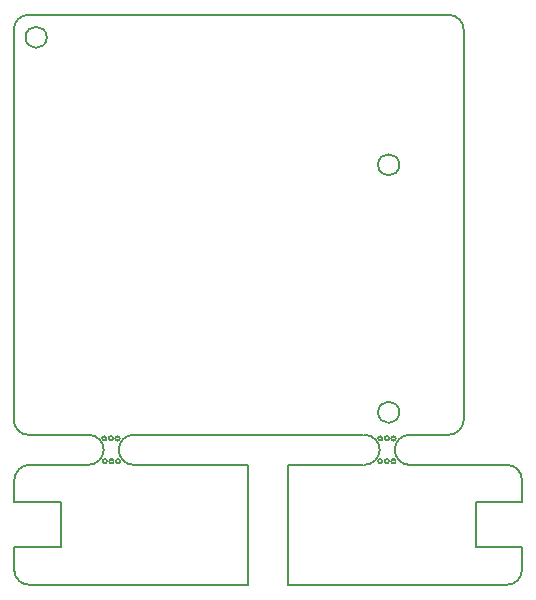
<source format=gm1>
G04 #@! TF.GenerationSoftware,KiCad,Pcbnew,no-vcs-found-7452~57~ubuntu16.10.1*
G04 #@! TF.CreationDate,2017-01-19T15:17:35+09:00*
G04 #@! TF.ProjectId,halakekit_first_break,68616C616B656B69745F66697273745F,rev?*
G04 #@! TF.FileFunction,Profile,NP*
%FSLAX46Y46*%
G04 Gerber Fmt 4.6, Leading zero omitted, Abs format (unit mm)*
G04 Created by KiCad (PCBNEW no-vcs-found-7452~57~ubuntu16.10.1) date Thu Jan 19 15:17:35 2017*
%MOMM*%
%LPD*%
G01*
G04 APERTURE LIST*
%ADD10C,0.100000*%
%ADD11C,0.150000*%
G04 APERTURE END LIST*
D10*
D11*
X155529562Y-138734800D02*
G75*
G03X155529562Y-138734800I-183162J0D01*
G01*
X154970762Y-140665200D02*
G75*
G03X154970762Y-140665200I-183162J0D01*
G01*
X155529562Y-140665200D02*
G75*
G03X155529562Y-140665200I-183162J0D01*
G01*
X154970762Y-138734800D02*
G75*
G03X154970762Y-138734800I-183162J0D01*
G01*
X154411962Y-138734800D02*
G75*
G03X154411962Y-138734800I-183162J0D01*
G01*
X132212362Y-140665200D02*
G75*
G03X132212362Y-140665200I-183162J0D01*
G01*
X154411962Y-140665200D02*
G75*
G03X154411962Y-140665200I-183162J0D01*
G01*
X131653562Y-140665200D02*
G75*
G03X131653562Y-140665200I-183162J0D01*
G01*
X131602762Y-138734800D02*
G75*
G03X131602762Y-138734800I-183162J0D01*
G01*
X132161562Y-138734800D02*
G75*
G03X132161562Y-138734800I-183162J0D01*
G01*
X131094762Y-140665200D02*
G75*
G03X131094762Y-140665200I-183162J0D01*
G01*
X131043962Y-138734800D02*
G75*
G03X131043962Y-138734800I-183162J0D01*
G01*
X164947600Y-151130000D02*
G75*
G03X166217600Y-149860000I0J1270000D01*
G01*
X166217600Y-142240000D02*
G75*
G03X164947600Y-140970000I-1270000J0D01*
G01*
X124561600Y-140970000D02*
G75*
G03X123240800Y-142290800I0J-1320800D01*
G01*
X123240800Y-149910800D02*
G75*
G03X124561600Y-151130000I1270000J50800D01*
G01*
X129540000Y-140970000D02*
G75*
G03X130810000Y-139700000I0J1270000D01*
G01*
X130810000Y-139700000D02*
G75*
G03X129540000Y-138430000I-1270000J0D01*
G01*
X132080000Y-139700000D02*
G75*
G03X133350000Y-140970000I1270000J0D01*
G01*
X133350000Y-138430000D02*
G75*
G03X132080000Y-139700000I0J-1270000D01*
G01*
X123190000Y-137160000D02*
G75*
G03X124460000Y-138430000I1270000J0D01*
G01*
X124460000Y-102870000D02*
G75*
G03X123190000Y-104140000I0J-1270000D01*
G01*
X161290000Y-104140000D02*
G75*
G03X160020000Y-102870000I-1270000J0D01*
G01*
X160020000Y-138430000D02*
G75*
G03X161290000Y-137160000I0J1270000D01*
G01*
X155448000Y-139700000D02*
G75*
G03X156718000Y-140970000I1270000J0D01*
G01*
X156718000Y-138430000D02*
G75*
G03X155448000Y-139700000I0J-1270000D01*
G01*
X154178000Y-139700000D02*
G75*
G03X152908000Y-138430000I-1270000J0D01*
G01*
X152908000Y-140970000D02*
G75*
G03X154178000Y-139700000I0J1270000D01*
G01*
X133286500Y-138430000D02*
X152781000Y-138430000D01*
X133350000Y-140970000D02*
X143065500Y-140970000D01*
X146431000Y-151130000D02*
X164973000Y-151130000D01*
X164973000Y-140970000D02*
X156591000Y-140970000D01*
X156591000Y-138430000D02*
X160020000Y-138430000D01*
X146431000Y-140970000D02*
X152781000Y-140970000D01*
X124460000Y-138430000D02*
X129540000Y-138430000D01*
X124587000Y-140970000D02*
X129540000Y-140970000D01*
X124523500Y-151130000D02*
X143065500Y-151130000D01*
X162306000Y-144145000D02*
X162306000Y-147955000D01*
X166243000Y-142240000D02*
X166243000Y-144145000D01*
X166243000Y-147955000D02*
X166243000Y-149860000D01*
X162306000Y-144145000D02*
X166243000Y-144145000D01*
X162306000Y-147955000D02*
X166243000Y-147955000D01*
X127190500Y-144145000D02*
X123253500Y-144145000D01*
X127190500Y-147955000D02*
X123253500Y-147955000D01*
X146431000Y-151130000D02*
X146431000Y-140970000D01*
X123253500Y-144145000D02*
X123253500Y-142240000D01*
X123253500Y-149860000D02*
X123253500Y-147955000D01*
X127190500Y-147955000D02*
X127190500Y-144145000D01*
X143065500Y-140970000D02*
X143065500Y-151130000D01*
X155838026Y-115570000D02*
G75*
G03X155838026Y-115570000I-898026J0D01*
G01*
X155838026Y-136525000D02*
G75*
G03X155838026Y-136525000I-898026J0D01*
G01*
X125993026Y-104775000D02*
G75*
G03X125993026Y-104775000I-898026J0D01*
G01*
X123190000Y-137160000D02*
X123190000Y-104140000D01*
X161290000Y-104140000D02*
X161290000Y-137160000D01*
X124460000Y-102870000D02*
X160020000Y-102870000D01*
M02*

</source>
